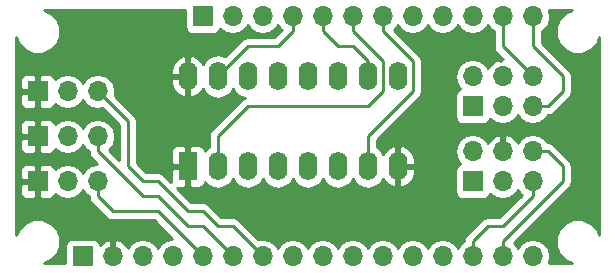
<source format=gbr>
G04 #@! TF.FileFunction,Copper,L2,Inr,Signal*
%FSLAX46Y46*%
G04 Gerber Fmt 4.6, Leading zero omitted, Abs format (unit mm)*
G04 Created by KiCad (PCBNEW 4.0.6) date Wednesday, June 21, 2017 'PMt' 08:53:47 PM*
%MOMM*%
%LPD*%
G01*
G04 APERTURE LIST*
%ADD10C,0.100000*%
%ADD11R,1.600000X2.400000*%
%ADD12O,1.600000X2.400000*%
%ADD13R,1.700000X1.700000*%
%ADD14O,1.700000X1.700000*%
%ADD15C,0.250000*%
%ADD16C,0.254000*%
G04 APERTURE END LIST*
D10*
D11*
X99060000Y-100330000D03*
D12*
X116840000Y-92710000D03*
X101600000Y-100330000D03*
X114300000Y-92710000D03*
X104140000Y-100330000D03*
X111760000Y-92710000D03*
X106680000Y-100330000D03*
X109220000Y-92710000D03*
X109220000Y-100330000D03*
X106680000Y-92710000D03*
X111760000Y-100330000D03*
X104140000Y-92710000D03*
X114300000Y-100330000D03*
X101600000Y-92710000D03*
X116840000Y-100330000D03*
X99060000Y-92710000D03*
D13*
X86360000Y-93980000D03*
D14*
X88900000Y-93980000D03*
X91440000Y-93980000D03*
D13*
X100330000Y-87630000D03*
D14*
X102870000Y-87630000D03*
X105410000Y-87630000D03*
X107950000Y-87630000D03*
X110490000Y-87630000D03*
X113030000Y-87630000D03*
X115570000Y-87630000D03*
X118110000Y-87630000D03*
X120650000Y-87630000D03*
X123190000Y-87630000D03*
X125730000Y-87630000D03*
X128270000Y-87630000D03*
D13*
X86360000Y-97790000D03*
D14*
X88900000Y-97790000D03*
X91440000Y-97790000D03*
D13*
X90170000Y-107950000D03*
D14*
X92710000Y-107950000D03*
X95250000Y-107950000D03*
X97790000Y-107950000D03*
X100330000Y-107950000D03*
X102870000Y-107950000D03*
X105410000Y-107950000D03*
X107950000Y-107950000D03*
X110490000Y-107950000D03*
X113030000Y-107950000D03*
X115570000Y-107950000D03*
X118110000Y-107950000D03*
X120650000Y-107950000D03*
X123190000Y-107950000D03*
X125730000Y-107950000D03*
X128270000Y-107950000D03*
D13*
X86360000Y-101600000D03*
D14*
X88900000Y-101600000D03*
X91440000Y-101600000D03*
D13*
X123190000Y-101600000D03*
D14*
X123190000Y-99060000D03*
X125730000Y-101600000D03*
X125730000Y-99060000D03*
X128270000Y-101600000D03*
X128270000Y-99060000D03*
D13*
X123190000Y-95250000D03*
D14*
X123190000Y-92710000D03*
X125730000Y-95250000D03*
X125730000Y-92710000D03*
X128270000Y-95250000D03*
X128270000Y-92710000D03*
D15*
X102870000Y-107950000D02*
X100330000Y-105410000D01*
X100330000Y-105410000D02*
X99060000Y-105410000D01*
X99060000Y-105410000D02*
X96520000Y-102870000D01*
X96520000Y-102870000D02*
X95250000Y-102870000D01*
X95250000Y-102870000D02*
X91440000Y-99060000D01*
X91440000Y-99060000D02*
X91440000Y-97790000D01*
X100330000Y-107950000D02*
X96520000Y-104140000D01*
X96520000Y-104140000D02*
X92710000Y-104140000D01*
X92710000Y-104140000D02*
X91440000Y-102870000D01*
X91440000Y-102870000D02*
X91440000Y-101600000D01*
X105410000Y-107950000D02*
X102870000Y-105410000D01*
X102870000Y-105410000D02*
X101600000Y-105410000D01*
X101600000Y-105410000D02*
X100330000Y-104140000D01*
X100330000Y-104140000D02*
X99060000Y-104140000D01*
X99060000Y-104140000D02*
X96520000Y-101600000D01*
X96520000Y-101600000D02*
X95250000Y-101600000D01*
X95250000Y-101600000D02*
X93980000Y-100330000D01*
X93980000Y-100330000D02*
X93980000Y-96520000D01*
X93980000Y-96520000D02*
X91440000Y-93980000D01*
X101600000Y-92710000D02*
X102870000Y-91440000D01*
X102870000Y-91440000D02*
X104140000Y-90170000D01*
X104140000Y-90170000D02*
X106680000Y-90170000D01*
X106680000Y-90170000D02*
X107950000Y-88900000D01*
X107950000Y-88900000D02*
X107950000Y-87630000D01*
X114300000Y-92710000D02*
X114300000Y-91440000D01*
X114300000Y-91440000D02*
X113030000Y-90170000D01*
X113030000Y-90170000D02*
X111760000Y-90170000D01*
X111760000Y-90170000D02*
X110490000Y-88900000D01*
X110490000Y-88900000D02*
X110490000Y-87630000D01*
X101600000Y-100330000D02*
X101600000Y-97790000D01*
X101600000Y-97790000D02*
X104140000Y-95250000D01*
X104140000Y-95250000D02*
X114300000Y-95250000D01*
X114300000Y-95250000D02*
X115570000Y-93980000D01*
X115570000Y-93980000D02*
X115570000Y-91440000D01*
X115570000Y-91440000D02*
X113030000Y-88900000D01*
X113030000Y-88900000D02*
X113030000Y-87630000D01*
X114300000Y-100330000D02*
X114300000Y-97790000D01*
X114300000Y-97790000D02*
X118110000Y-93980000D01*
X118110000Y-93980000D02*
X118110000Y-91440000D01*
X118110000Y-91440000D02*
X115570000Y-88900000D01*
X115570000Y-88900000D02*
X115570000Y-87630000D01*
X128270000Y-101600000D02*
X128270000Y-102870000D01*
X128270000Y-102870000D02*
X125730000Y-105410000D01*
X125730000Y-105410000D02*
X124460000Y-105410000D01*
X124460000Y-105410000D02*
X123190000Y-106680000D01*
X123190000Y-106680000D02*
X123190000Y-107950000D01*
X125730000Y-107950000D02*
X125730000Y-106680000D01*
X125730000Y-106680000D02*
X130810000Y-101600000D01*
X130810000Y-101600000D02*
X130810000Y-100330000D01*
X130810000Y-100330000D02*
X129540000Y-99060000D01*
X129540000Y-99060000D02*
X128270000Y-99060000D01*
X128270000Y-92710000D02*
X125730000Y-90170000D01*
X125730000Y-90170000D02*
X125730000Y-87630000D01*
X128270000Y-95250000D02*
X129540000Y-95250000D01*
X129540000Y-95250000D02*
X130810000Y-93980000D01*
X130810000Y-93980000D02*
X130810000Y-92710000D01*
X130810000Y-92710000D02*
X128270000Y-90170000D01*
X128270000Y-90170000D02*
X128270000Y-87630000D01*
D16*
G36*
X98832560Y-88480000D02*
X98876838Y-88715317D01*
X99015910Y-88931441D01*
X99228110Y-89076431D01*
X99480000Y-89127440D01*
X101180000Y-89127440D01*
X101415317Y-89083162D01*
X101631441Y-88944090D01*
X101776431Y-88731890D01*
X101790086Y-88664459D01*
X101819946Y-88709147D01*
X102301715Y-89031054D01*
X102870000Y-89144093D01*
X103438285Y-89031054D01*
X103920054Y-88709147D01*
X104140000Y-88379974D01*
X104359946Y-88709147D01*
X104841715Y-89031054D01*
X105410000Y-89144093D01*
X105978285Y-89031054D01*
X106460054Y-88709147D01*
X106680000Y-88379974D01*
X106899946Y-88709147D01*
X106999519Y-88775679D01*
X106365198Y-89410000D01*
X104140000Y-89410000D01*
X103849160Y-89467852D01*
X103602599Y-89632599D01*
X102231734Y-91003464D01*
X102149151Y-90948283D01*
X101600000Y-90839050D01*
X101050849Y-90948283D01*
X100585302Y-91259352D01*
X100332493Y-91637707D01*
X99984896Y-91205500D01*
X99491819Y-90935633D01*
X99409039Y-90918096D01*
X99187000Y-91040085D01*
X99187000Y-92583000D01*
X99207000Y-92583000D01*
X99207000Y-92837000D01*
X99187000Y-92837000D01*
X99187000Y-94379915D01*
X99409039Y-94501904D01*
X99491819Y-94484367D01*
X99984896Y-94214500D01*
X100332493Y-93782293D01*
X100585302Y-94160648D01*
X101050849Y-94471717D01*
X101600000Y-94580950D01*
X102149151Y-94471717D01*
X102614698Y-94160648D01*
X102870000Y-93778562D01*
X103125302Y-94160648D01*
X103590849Y-94471717D01*
X103911383Y-94535475D01*
X103897414Y-94538254D01*
X103849160Y-94547852D01*
X103602599Y-94712599D01*
X101062599Y-97252599D01*
X100897852Y-97499161D01*
X100840000Y-97790000D01*
X100840000Y-98709168D01*
X100585302Y-98879352D01*
X100495000Y-99014498D01*
X100495000Y-99003691D01*
X100398327Y-98770302D01*
X100219699Y-98591673D01*
X99986310Y-98495000D01*
X99345750Y-98495000D01*
X99187000Y-98653750D01*
X99187000Y-100203000D01*
X99207000Y-100203000D01*
X99207000Y-100457000D01*
X99187000Y-100457000D01*
X99187000Y-102006250D01*
X99345750Y-102165000D01*
X99986310Y-102165000D01*
X100219699Y-102068327D01*
X100398327Y-101889698D01*
X100495000Y-101656309D01*
X100495000Y-101645502D01*
X100585302Y-101780648D01*
X101050849Y-102091717D01*
X101600000Y-102200950D01*
X102149151Y-102091717D01*
X102614698Y-101780648D01*
X102870000Y-101398562D01*
X103125302Y-101780648D01*
X103590849Y-102091717D01*
X104140000Y-102200950D01*
X104689151Y-102091717D01*
X105154698Y-101780648D01*
X105410000Y-101398562D01*
X105665302Y-101780648D01*
X106130849Y-102091717D01*
X106680000Y-102200950D01*
X107229151Y-102091717D01*
X107694698Y-101780648D01*
X107950000Y-101398562D01*
X108205302Y-101780648D01*
X108670849Y-102091717D01*
X109220000Y-102200950D01*
X109769151Y-102091717D01*
X110234698Y-101780648D01*
X110490000Y-101398562D01*
X110745302Y-101780648D01*
X111210849Y-102091717D01*
X111760000Y-102200950D01*
X112309151Y-102091717D01*
X112774698Y-101780648D01*
X113030000Y-101398562D01*
X113285302Y-101780648D01*
X113750849Y-102091717D01*
X114300000Y-102200950D01*
X114849151Y-102091717D01*
X115314698Y-101780648D01*
X115567507Y-101402293D01*
X115915104Y-101834500D01*
X116408181Y-102104367D01*
X116490961Y-102121904D01*
X116713000Y-101999915D01*
X116713000Y-100457000D01*
X116967000Y-100457000D01*
X116967000Y-101999915D01*
X117189039Y-102121904D01*
X117271819Y-102104367D01*
X117764896Y-101834500D01*
X118117166Y-101396483D01*
X118275000Y-100857000D01*
X118275000Y-100457000D01*
X116967000Y-100457000D01*
X116713000Y-100457000D01*
X116693000Y-100457000D01*
X116693000Y-100203000D01*
X116713000Y-100203000D01*
X116713000Y-98660085D01*
X116967000Y-98660085D01*
X116967000Y-100203000D01*
X118275000Y-100203000D01*
X118275000Y-99803000D01*
X118117166Y-99263517D01*
X117764896Y-98825500D01*
X117271819Y-98555633D01*
X117189039Y-98538096D01*
X116967000Y-98660085D01*
X116713000Y-98660085D01*
X116490961Y-98538096D01*
X116408181Y-98555633D01*
X115915104Y-98825500D01*
X115567507Y-99257707D01*
X115314698Y-98879352D01*
X115060000Y-98709168D01*
X115060000Y-98104802D01*
X118647401Y-94517401D01*
X118812148Y-94270839D01*
X118870000Y-93980000D01*
X118870000Y-91440000D01*
X118812148Y-91149161D01*
X118812148Y-91149160D01*
X118647401Y-90902599D01*
X116520481Y-88775679D01*
X116620054Y-88709147D01*
X116840000Y-88379974D01*
X117059946Y-88709147D01*
X117541715Y-89031054D01*
X118110000Y-89144093D01*
X118678285Y-89031054D01*
X119160054Y-88709147D01*
X119380000Y-88379974D01*
X119599946Y-88709147D01*
X120081715Y-89031054D01*
X120650000Y-89144093D01*
X121218285Y-89031054D01*
X121700054Y-88709147D01*
X121920000Y-88379974D01*
X122139946Y-88709147D01*
X122621715Y-89031054D01*
X123190000Y-89144093D01*
X123758285Y-89031054D01*
X124240054Y-88709147D01*
X124460000Y-88379974D01*
X124679946Y-88709147D01*
X124970000Y-88902954D01*
X124970000Y-90170000D01*
X125027852Y-90460839D01*
X125192599Y-90707401D01*
X125710198Y-91225000D01*
X125602998Y-91225000D01*
X125602998Y-91389844D01*
X125373110Y-91268524D01*
X124963076Y-91438355D01*
X124534817Y-91828642D01*
X124467702Y-91971553D01*
X124240054Y-91630853D01*
X123758285Y-91308946D01*
X123190000Y-91195907D01*
X122621715Y-91308946D01*
X122139946Y-91630853D01*
X121818039Y-92112622D01*
X121705000Y-92680907D01*
X121705000Y-92739093D01*
X121818039Y-93307378D01*
X122139946Y-93789147D01*
X122141179Y-93789971D01*
X122104683Y-93796838D01*
X121888559Y-93935910D01*
X121743569Y-94148110D01*
X121692560Y-94400000D01*
X121692560Y-96100000D01*
X121736838Y-96335317D01*
X121875910Y-96551441D01*
X122088110Y-96696431D01*
X122340000Y-96747440D01*
X124040000Y-96747440D01*
X124275317Y-96703162D01*
X124491441Y-96564090D01*
X124636431Y-96351890D01*
X124650086Y-96284459D01*
X124679946Y-96329147D01*
X125161715Y-96651054D01*
X125730000Y-96764093D01*
X126298285Y-96651054D01*
X126780054Y-96329147D01*
X127000000Y-95999974D01*
X127219946Y-96329147D01*
X127701715Y-96651054D01*
X128270000Y-96764093D01*
X128838285Y-96651054D01*
X129320054Y-96329147D01*
X129533301Y-96010000D01*
X129540000Y-96010000D01*
X129830839Y-95952148D01*
X130077401Y-95787401D01*
X131347401Y-94517401D01*
X131512148Y-94270840D01*
X131570000Y-93980000D01*
X131570000Y-92710000D01*
X131512148Y-92419161D01*
X131512148Y-92419160D01*
X131347401Y-92172599D01*
X129030000Y-89855198D01*
X129030000Y-88902954D01*
X129320054Y-88709147D01*
X129641961Y-88227378D01*
X129755000Y-87659093D01*
X129755000Y-87600907D01*
X129649396Y-87070000D01*
X131572796Y-87070000D01*
X131013628Y-87301043D01*
X130482907Y-87830839D01*
X130195328Y-88523405D01*
X130194674Y-89273305D01*
X130481043Y-89966372D01*
X131010839Y-90497093D01*
X131703405Y-90784672D01*
X132453305Y-90785326D01*
X133146372Y-90498957D01*
X133677093Y-89969161D01*
X133910000Y-89408260D01*
X133910000Y-106172796D01*
X133678957Y-105613628D01*
X133149161Y-105082907D01*
X132456595Y-104795328D01*
X131706695Y-104794674D01*
X131013628Y-105081043D01*
X130482907Y-105610839D01*
X130195328Y-106303405D01*
X130194674Y-107053305D01*
X130481043Y-107746372D01*
X131010839Y-108277093D01*
X131571740Y-108510000D01*
X129649396Y-108510000D01*
X129755000Y-107979093D01*
X129755000Y-107920907D01*
X129641961Y-107352622D01*
X129320054Y-106870853D01*
X128838285Y-106548946D01*
X128270000Y-106435907D01*
X127701715Y-106548946D01*
X127219946Y-106870853D01*
X127000000Y-107200026D01*
X126780054Y-106870853D01*
X126680481Y-106804321D01*
X131347401Y-102137401D01*
X131512148Y-101890839D01*
X131570000Y-101600000D01*
X131570000Y-100330000D01*
X131534905Y-100153569D01*
X131512148Y-100039160D01*
X131347401Y-99792599D01*
X130077401Y-98522599D01*
X129830839Y-98357852D01*
X129540000Y-98300000D01*
X129533301Y-98300000D01*
X129320054Y-97980853D01*
X128838285Y-97658946D01*
X128270000Y-97545907D01*
X127701715Y-97658946D01*
X127219946Y-97980853D01*
X126992298Y-98321553D01*
X126925183Y-98178642D01*
X126496924Y-97788355D01*
X126086890Y-97618524D01*
X125857000Y-97739845D01*
X125857000Y-98933000D01*
X125877000Y-98933000D01*
X125877000Y-99187000D01*
X125857000Y-99187000D01*
X125857000Y-99207000D01*
X125603000Y-99207000D01*
X125603000Y-99187000D01*
X125583000Y-99187000D01*
X125583000Y-98933000D01*
X125603000Y-98933000D01*
X125603000Y-97739845D01*
X125373110Y-97618524D01*
X124963076Y-97788355D01*
X124534817Y-98178642D01*
X124467702Y-98321553D01*
X124240054Y-97980853D01*
X123758285Y-97658946D01*
X123190000Y-97545907D01*
X122621715Y-97658946D01*
X122139946Y-97980853D01*
X121818039Y-98462622D01*
X121705000Y-99030907D01*
X121705000Y-99089093D01*
X121818039Y-99657378D01*
X122139946Y-100139147D01*
X122141179Y-100139971D01*
X122104683Y-100146838D01*
X121888559Y-100285910D01*
X121743569Y-100498110D01*
X121692560Y-100750000D01*
X121692560Y-102450000D01*
X121736838Y-102685317D01*
X121875910Y-102901441D01*
X122088110Y-103046431D01*
X122340000Y-103097440D01*
X124040000Y-103097440D01*
X124275317Y-103053162D01*
X124491441Y-102914090D01*
X124636431Y-102701890D01*
X124650086Y-102634459D01*
X124679946Y-102679147D01*
X125161715Y-103001054D01*
X125730000Y-103114093D01*
X126298285Y-103001054D01*
X126780054Y-102679147D01*
X127000000Y-102349974D01*
X127219946Y-102679147D01*
X127319519Y-102745679D01*
X125415198Y-104650000D01*
X124460000Y-104650000D01*
X124169160Y-104707852D01*
X123922599Y-104872599D01*
X122652599Y-106142599D01*
X122487852Y-106389161D01*
X122430678Y-106676593D01*
X122139946Y-106870853D01*
X121920000Y-107200026D01*
X121700054Y-106870853D01*
X121218285Y-106548946D01*
X120650000Y-106435907D01*
X120081715Y-106548946D01*
X119599946Y-106870853D01*
X119380000Y-107200026D01*
X119160054Y-106870853D01*
X118678285Y-106548946D01*
X118110000Y-106435907D01*
X117541715Y-106548946D01*
X117059946Y-106870853D01*
X116840000Y-107200026D01*
X116620054Y-106870853D01*
X116138285Y-106548946D01*
X115570000Y-106435907D01*
X115001715Y-106548946D01*
X114519946Y-106870853D01*
X114300000Y-107200026D01*
X114080054Y-106870853D01*
X113598285Y-106548946D01*
X113030000Y-106435907D01*
X112461715Y-106548946D01*
X111979946Y-106870853D01*
X111760000Y-107200026D01*
X111540054Y-106870853D01*
X111058285Y-106548946D01*
X110490000Y-106435907D01*
X109921715Y-106548946D01*
X109439946Y-106870853D01*
X109220000Y-107200026D01*
X109000054Y-106870853D01*
X108518285Y-106548946D01*
X107950000Y-106435907D01*
X107381715Y-106548946D01*
X106899946Y-106870853D01*
X106680000Y-107200026D01*
X106460054Y-106870853D01*
X105978285Y-106548946D01*
X105410000Y-106435907D01*
X105043592Y-106508790D01*
X103407401Y-104872599D01*
X103160839Y-104707852D01*
X102870000Y-104650000D01*
X101914802Y-104650000D01*
X100867401Y-103602599D01*
X100620839Y-103437852D01*
X100330000Y-103380000D01*
X99374802Y-103380000D01*
X98159802Y-102165000D01*
X98774250Y-102165000D01*
X98933000Y-102006250D01*
X98933000Y-100457000D01*
X97783750Y-100457000D01*
X97625000Y-100615750D01*
X97625000Y-101630198D01*
X97057401Y-101062599D01*
X96810839Y-100897852D01*
X96520000Y-100840000D01*
X95564802Y-100840000D01*
X94740000Y-100015198D01*
X94740000Y-99003691D01*
X97625000Y-99003691D01*
X97625000Y-100044250D01*
X97783750Y-100203000D01*
X98933000Y-100203000D01*
X98933000Y-98653750D01*
X98774250Y-98495000D01*
X98133690Y-98495000D01*
X97900301Y-98591673D01*
X97721673Y-98770302D01*
X97625000Y-99003691D01*
X94740000Y-99003691D01*
X94740000Y-96520000D01*
X94682148Y-96229161D01*
X94682148Y-96229160D01*
X94517401Y-95982599D01*
X92861771Y-94326969D01*
X92925000Y-94009093D01*
X92925000Y-93950907D01*
X92811961Y-93382622D01*
X92490054Y-92900853D01*
X92394492Y-92837000D01*
X97625000Y-92837000D01*
X97625000Y-93237000D01*
X97782834Y-93776483D01*
X98135104Y-94214500D01*
X98628181Y-94484367D01*
X98710961Y-94501904D01*
X98933000Y-94379915D01*
X98933000Y-92837000D01*
X97625000Y-92837000D01*
X92394492Y-92837000D01*
X92008285Y-92578946D01*
X91440000Y-92465907D01*
X90871715Y-92578946D01*
X90389946Y-92900853D01*
X90170000Y-93230026D01*
X89950054Y-92900853D01*
X89468285Y-92578946D01*
X88900000Y-92465907D01*
X88331715Y-92578946D01*
X87849946Y-92900853D01*
X87820597Y-92944777D01*
X87748327Y-92770302D01*
X87569699Y-92591673D01*
X87336310Y-92495000D01*
X86645750Y-92495000D01*
X86487000Y-92653750D01*
X86487000Y-93853000D01*
X86507000Y-93853000D01*
X86507000Y-94107000D01*
X86487000Y-94107000D01*
X86487000Y-95306250D01*
X86645750Y-95465000D01*
X87336310Y-95465000D01*
X87569699Y-95368327D01*
X87748327Y-95189698D01*
X87820597Y-95015223D01*
X87849946Y-95059147D01*
X88331715Y-95381054D01*
X88900000Y-95494093D01*
X89468285Y-95381054D01*
X89950054Y-95059147D01*
X90170000Y-94729974D01*
X90389946Y-95059147D01*
X90871715Y-95381054D01*
X91440000Y-95494093D01*
X91806408Y-95421210D01*
X93220000Y-96834802D01*
X93220000Y-99765198D01*
X92390481Y-98935679D01*
X92490054Y-98869147D01*
X92811961Y-98387378D01*
X92925000Y-97819093D01*
X92925000Y-97760907D01*
X92811961Y-97192622D01*
X92490054Y-96710853D01*
X92008285Y-96388946D01*
X91440000Y-96275907D01*
X90871715Y-96388946D01*
X90389946Y-96710853D01*
X90170000Y-97040026D01*
X89950054Y-96710853D01*
X89468285Y-96388946D01*
X88900000Y-96275907D01*
X88331715Y-96388946D01*
X87849946Y-96710853D01*
X87820597Y-96754777D01*
X87748327Y-96580302D01*
X87569699Y-96401673D01*
X87336310Y-96305000D01*
X86645750Y-96305000D01*
X86487000Y-96463750D01*
X86487000Y-97663000D01*
X86507000Y-97663000D01*
X86507000Y-97917000D01*
X86487000Y-97917000D01*
X86487000Y-99116250D01*
X86645750Y-99275000D01*
X87336310Y-99275000D01*
X87569699Y-99178327D01*
X87748327Y-98999698D01*
X87820597Y-98825223D01*
X87849946Y-98869147D01*
X88331715Y-99191054D01*
X88900000Y-99304093D01*
X89468285Y-99191054D01*
X89950054Y-98869147D01*
X90170000Y-98539974D01*
X90389946Y-98869147D01*
X90680678Y-99063407D01*
X90737852Y-99350839D01*
X90902599Y-99597401D01*
X91399217Y-100094019D01*
X90871715Y-100198946D01*
X90389946Y-100520853D01*
X90170000Y-100850026D01*
X89950054Y-100520853D01*
X89468285Y-100198946D01*
X88900000Y-100085907D01*
X88331715Y-100198946D01*
X87849946Y-100520853D01*
X87820597Y-100564777D01*
X87748327Y-100390302D01*
X87569699Y-100211673D01*
X87336310Y-100115000D01*
X86645750Y-100115000D01*
X86487000Y-100273750D01*
X86487000Y-101473000D01*
X86507000Y-101473000D01*
X86507000Y-101727000D01*
X86487000Y-101727000D01*
X86487000Y-102926250D01*
X86645750Y-103085000D01*
X87336310Y-103085000D01*
X87569699Y-102988327D01*
X87748327Y-102809698D01*
X87820597Y-102635223D01*
X87849946Y-102679147D01*
X88331715Y-103001054D01*
X88900000Y-103114093D01*
X89468285Y-103001054D01*
X89950054Y-102679147D01*
X90170000Y-102349974D01*
X90389946Y-102679147D01*
X90680678Y-102873407D01*
X90737852Y-103160839D01*
X90902599Y-103407401D01*
X92172599Y-104677401D01*
X92419160Y-104842148D01*
X92710000Y-104900000D01*
X96205198Y-104900000D01*
X97749217Y-106444019D01*
X97221715Y-106548946D01*
X96739946Y-106870853D01*
X96520000Y-107200026D01*
X96300054Y-106870853D01*
X95818285Y-106548946D01*
X95250000Y-106435907D01*
X94681715Y-106548946D01*
X94199946Y-106870853D01*
X93972298Y-107211553D01*
X93905183Y-107068642D01*
X93476924Y-106678355D01*
X93066890Y-106508524D01*
X92837000Y-106629845D01*
X92837000Y-107823000D01*
X92857000Y-107823000D01*
X92857000Y-108077000D01*
X92837000Y-108077000D01*
X92837000Y-108097000D01*
X92583000Y-108097000D01*
X92583000Y-108077000D01*
X92563000Y-108077000D01*
X92563000Y-107823000D01*
X92583000Y-107823000D01*
X92583000Y-106629845D01*
X92353110Y-106508524D01*
X91943076Y-106678355D01*
X91640063Y-106954501D01*
X91623162Y-106864683D01*
X91484090Y-106648559D01*
X91271890Y-106503569D01*
X91020000Y-106452560D01*
X89320000Y-106452560D01*
X89084683Y-106496838D01*
X88868559Y-106635910D01*
X88723569Y-106848110D01*
X88672560Y-107100000D01*
X88672560Y-108510000D01*
X86867204Y-108510000D01*
X87426372Y-108278957D01*
X87957093Y-107749161D01*
X88244672Y-107056595D01*
X88245326Y-106306695D01*
X87958957Y-105613628D01*
X87429161Y-105082907D01*
X86736595Y-104795328D01*
X85986695Y-104794674D01*
X85293628Y-105081043D01*
X84762907Y-105610839D01*
X84530000Y-106171740D01*
X84530000Y-101885750D01*
X84875000Y-101885750D01*
X84875000Y-102576309D01*
X84971673Y-102809698D01*
X85150301Y-102988327D01*
X85383690Y-103085000D01*
X86074250Y-103085000D01*
X86233000Y-102926250D01*
X86233000Y-101727000D01*
X85033750Y-101727000D01*
X84875000Y-101885750D01*
X84530000Y-101885750D01*
X84530000Y-100623691D01*
X84875000Y-100623691D01*
X84875000Y-101314250D01*
X85033750Y-101473000D01*
X86233000Y-101473000D01*
X86233000Y-100273750D01*
X86074250Y-100115000D01*
X85383690Y-100115000D01*
X85150301Y-100211673D01*
X84971673Y-100390302D01*
X84875000Y-100623691D01*
X84530000Y-100623691D01*
X84530000Y-98075750D01*
X84875000Y-98075750D01*
X84875000Y-98766309D01*
X84971673Y-98999698D01*
X85150301Y-99178327D01*
X85383690Y-99275000D01*
X86074250Y-99275000D01*
X86233000Y-99116250D01*
X86233000Y-97917000D01*
X85033750Y-97917000D01*
X84875000Y-98075750D01*
X84530000Y-98075750D01*
X84530000Y-96813691D01*
X84875000Y-96813691D01*
X84875000Y-97504250D01*
X85033750Y-97663000D01*
X86233000Y-97663000D01*
X86233000Y-96463750D01*
X86074250Y-96305000D01*
X85383690Y-96305000D01*
X85150301Y-96401673D01*
X84971673Y-96580302D01*
X84875000Y-96813691D01*
X84530000Y-96813691D01*
X84530000Y-94265750D01*
X84875000Y-94265750D01*
X84875000Y-94956309D01*
X84971673Y-95189698D01*
X85150301Y-95368327D01*
X85383690Y-95465000D01*
X86074250Y-95465000D01*
X86233000Y-95306250D01*
X86233000Y-94107000D01*
X85033750Y-94107000D01*
X84875000Y-94265750D01*
X84530000Y-94265750D01*
X84530000Y-93003691D01*
X84875000Y-93003691D01*
X84875000Y-93694250D01*
X85033750Y-93853000D01*
X86233000Y-93853000D01*
X86233000Y-92653750D01*
X86074250Y-92495000D01*
X85383690Y-92495000D01*
X85150301Y-92591673D01*
X84971673Y-92770302D01*
X84875000Y-93003691D01*
X84530000Y-93003691D01*
X84530000Y-92183000D01*
X97625000Y-92183000D01*
X97625000Y-92583000D01*
X98933000Y-92583000D01*
X98933000Y-91040085D01*
X98710961Y-90918096D01*
X98628181Y-90935633D01*
X98135104Y-91205500D01*
X97782834Y-91643517D01*
X97625000Y-92183000D01*
X84530000Y-92183000D01*
X84530000Y-89407204D01*
X84761043Y-89966372D01*
X85290839Y-90497093D01*
X85983405Y-90784672D01*
X86733305Y-90785326D01*
X87426372Y-90498957D01*
X87957093Y-89969161D01*
X88244672Y-89276595D01*
X88245326Y-88526695D01*
X87958957Y-87833628D01*
X87429161Y-87302907D01*
X86868260Y-87070000D01*
X98832560Y-87070000D01*
X98832560Y-88480000D01*
X98832560Y-88480000D01*
G37*
X98832560Y-88480000D02*
X98876838Y-88715317D01*
X99015910Y-88931441D01*
X99228110Y-89076431D01*
X99480000Y-89127440D01*
X101180000Y-89127440D01*
X101415317Y-89083162D01*
X101631441Y-88944090D01*
X101776431Y-88731890D01*
X101790086Y-88664459D01*
X101819946Y-88709147D01*
X102301715Y-89031054D01*
X102870000Y-89144093D01*
X103438285Y-89031054D01*
X103920054Y-88709147D01*
X104140000Y-88379974D01*
X104359946Y-88709147D01*
X104841715Y-89031054D01*
X105410000Y-89144093D01*
X105978285Y-89031054D01*
X106460054Y-88709147D01*
X106680000Y-88379974D01*
X106899946Y-88709147D01*
X106999519Y-88775679D01*
X106365198Y-89410000D01*
X104140000Y-89410000D01*
X103849160Y-89467852D01*
X103602599Y-89632599D01*
X102231734Y-91003464D01*
X102149151Y-90948283D01*
X101600000Y-90839050D01*
X101050849Y-90948283D01*
X100585302Y-91259352D01*
X100332493Y-91637707D01*
X99984896Y-91205500D01*
X99491819Y-90935633D01*
X99409039Y-90918096D01*
X99187000Y-91040085D01*
X99187000Y-92583000D01*
X99207000Y-92583000D01*
X99207000Y-92837000D01*
X99187000Y-92837000D01*
X99187000Y-94379915D01*
X99409039Y-94501904D01*
X99491819Y-94484367D01*
X99984896Y-94214500D01*
X100332493Y-93782293D01*
X100585302Y-94160648D01*
X101050849Y-94471717D01*
X101600000Y-94580950D01*
X102149151Y-94471717D01*
X102614698Y-94160648D01*
X102870000Y-93778562D01*
X103125302Y-94160648D01*
X103590849Y-94471717D01*
X103911383Y-94535475D01*
X103897414Y-94538254D01*
X103849160Y-94547852D01*
X103602599Y-94712599D01*
X101062599Y-97252599D01*
X100897852Y-97499161D01*
X100840000Y-97790000D01*
X100840000Y-98709168D01*
X100585302Y-98879352D01*
X100495000Y-99014498D01*
X100495000Y-99003691D01*
X100398327Y-98770302D01*
X100219699Y-98591673D01*
X99986310Y-98495000D01*
X99345750Y-98495000D01*
X99187000Y-98653750D01*
X99187000Y-100203000D01*
X99207000Y-100203000D01*
X99207000Y-100457000D01*
X99187000Y-100457000D01*
X99187000Y-102006250D01*
X99345750Y-102165000D01*
X99986310Y-102165000D01*
X100219699Y-102068327D01*
X100398327Y-101889698D01*
X100495000Y-101656309D01*
X100495000Y-101645502D01*
X100585302Y-101780648D01*
X101050849Y-102091717D01*
X101600000Y-102200950D01*
X102149151Y-102091717D01*
X102614698Y-101780648D01*
X102870000Y-101398562D01*
X103125302Y-101780648D01*
X103590849Y-102091717D01*
X104140000Y-102200950D01*
X104689151Y-102091717D01*
X105154698Y-101780648D01*
X105410000Y-101398562D01*
X105665302Y-101780648D01*
X106130849Y-102091717D01*
X106680000Y-102200950D01*
X107229151Y-102091717D01*
X107694698Y-101780648D01*
X107950000Y-101398562D01*
X108205302Y-101780648D01*
X108670849Y-102091717D01*
X109220000Y-102200950D01*
X109769151Y-102091717D01*
X110234698Y-101780648D01*
X110490000Y-101398562D01*
X110745302Y-101780648D01*
X111210849Y-102091717D01*
X111760000Y-102200950D01*
X112309151Y-102091717D01*
X112774698Y-101780648D01*
X113030000Y-101398562D01*
X113285302Y-101780648D01*
X113750849Y-102091717D01*
X114300000Y-102200950D01*
X114849151Y-102091717D01*
X115314698Y-101780648D01*
X115567507Y-101402293D01*
X115915104Y-101834500D01*
X116408181Y-102104367D01*
X116490961Y-102121904D01*
X116713000Y-101999915D01*
X116713000Y-100457000D01*
X116967000Y-100457000D01*
X116967000Y-101999915D01*
X117189039Y-102121904D01*
X117271819Y-102104367D01*
X117764896Y-101834500D01*
X118117166Y-101396483D01*
X118275000Y-100857000D01*
X118275000Y-100457000D01*
X116967000Y-100457000D01*
X116713000Y-100457000D01*
X116693000Y-100457000D01*
X116693000Y-100203000D01*
X116713000Y-100203000D01*
X116713000Y-98660085D01*
X116967000Y-98660085D01*
X116967000Y-100203000D01*
X118275000Y-100203000D01*
X118275000Y-99803000D01*
X118117166Y-99263517D01*
X117764896Y-98825500D01*
X117271819Y-98555633D01*
X117189039Y-98538096D01*
X116967000Y-98660085D01*
X116713000Y-98660085D01*
X116490961Y-98538096D01*
X116408181Y-98555633D01*
X115915104Y-98825500D01*
X115567507Y-99257707D01*
X115314698Y-98879352D01*
X115060000Y-98709168D01*
X115060000Y-98104802D01*
X118647401Y-94517401D01*
X118812148Y-94270839D01*
X118870000Y-93980000D01*
X118870000Y-91440000D01*
X118812148Y-91149161D01*
X118812148Y-91149160D01*
X118647401Y-90902599D01*
X116520481Y-88775679D01*
X116620054Y-88709147D01*
X116840000Y-88379974D01*
X117059946Y-88709147D01*
X117541715Y-89031054D01*
X118110000Y-89144093D01*
X118678285Y-89031054D01*
X119160054Y-88709147D01*
X119380000Y-88379974D01*
X119599946Y-88709147D01*
X120081715Y-89031054D01*
X120650000Y-89144093D01*
X121218285Y-89031054D01*
X121700054Y-88709147D01*
X121920000Y-88379974D01*
X122139946Y-88709147D01*
X122621715Y-89031054D01*
X123190000Y-89144093D01*
X123758285Y-89031054D01*
X124240054Y-88709147D01*
X124460000Y-88379974D01*
X124679946Y-88709147D01*
X124970000Y-88902954D01*
X124970000Y-90170000D01*
X125027852Y-90460839D01*
X125192599Y-90707401D01*
X125710198Y-91225000D01*
X125602998Y-91225000D01*
X125602998Y-91389844D01*
X125373110Y-91268524D01*
X124963076Y-91438355D01*
X124534817Y-91828642D01*
X124467702Y-91971553D01*
X124240054Y-91630853D01*
X123758285Y-91308946D01*
X123190000Y-91195907D01*
X122621715Y-91308946D01*
X122139946Y-91630853D01*
X121818039Y-92112622D01*
X121705000Y-92680907D01*
X121705000Y-92739093D01*
X121818039Y-93307378D01*
X122139946Y-93789147D01*
X122141179Y-93789971D01*
X122104683Y-93796838D01*
X121888559Y-93935910D01*
X121743569Y-94148110D01*
X121692560Y-94400000D01*
X121692560Y-96100000D01*
X121736838Y-96335317D01*
X121875910Y-96551441D01*
X122088110Y-96696431D01*
X122340000Y-96747440D01*
X124040000Y-96747440D01*
X124275317Y-96703162D01*
X124491441Y-96564090D01*
X124636431Y-96351890D01*
X124650086Y-96284459D01*
X124679946Y-96329147D01*
X125161715Y-96651054D01*
X125730000Y-96764093D01*
X126298285Y-96651054D01*
X126780054Y-96329147D01*
X127000000Y-95999974D01*
X127219946Y-96329147D01*
X127701715Y-96651054D01*
X128270000Y-96764093D01*
X128838285Y-96651054D01*
X129320054Y-96329147D01*
X129533301Y-96010000D01*
X129540000Y-96010000D01*
X129830839Y-95952148D01*
X130077401Y-95787401D01*
X131347401Y-94517401D01*
X131512148Y-94270840D01*
X131570000Y-93980000D01*
X131570000Y-92710000D01*
X131512148Y-92419161D01*
X131512148Y-92419160D01*
X131347401Y-92172599D01*
X129030000Y-89855198D01*
X129030000Y-88902954D01*
X129320054Y-88709147D01*
X129641961Y-88227378D01*
X129755000Y-87659093D01*
X129755000Y-87600907D01*
X129649396Y-87070000D01*
X131572796Y-87070000D01*
X131013628Y-87301043D01*
X130482907Y-87830839D01*
X130195328Y-88523405D01*
X130194674Y-89273305D01*
X130481043Y-89966372D01*
X131010839Y-90497093D01*
X131703405Y-90784672D01*
X132453305Y-90785326D01*
X133146372Y-90498957D01*
X133677093Y-89969161D01*
X133910000Y-89408260D01*
X133910000Y-106172796D01*
X133678957Y-105613628D01*
X133149161Y-105082907D01*
X132456595Y-104795328D01*
X131706695Y-104794674D01*
X131013628Y-105081043D01*
X130482907Y-105610839D01*
X130195328Y-106303405D01*
X130194674Y-107053305D01*
X130481043Y-107746372D01*
X131010839Y-108277093D01*
X131571740Y-108510000D01*
X129649396Y-108510000D01*
X129755000Y-107979093D01*
X129755000Y-107920907D01*
X129641961Y-107352622D01*
X129320054Y-106870853D01*
X128838285Y-106548946D01*
X128270000Y-106435907D01*
X127701715Y-106548946D01*
X127219946Y-106870853D01*
X127000000Y-107200026D01*
X126780054Y-106870853D01*
X126680481Y-106804321D01*
X131347401Y-102137401D01*
X131512148Y-101890839D01*
X131570000Y-101600000D01*
X131570000Y-100330000D01*
X131534905Y-100153569D01*
X131512148Y-100039160D01*
X131347401Y-99792599D01*
X130077401Y-98522599D01*
X129830839Y-98357852D01*
X129540000Y-98300000D01*
X129533301Y-98300000D01*
X129320054Y-97980853D01*
X128838285Y-97658946D01*
X128270000Y-97545907D01*
X127701715Y-97658946D01*
X127219946Y-97980853D01*
X126992298Y-98321553D01*
X126925183Y-98178642D01*
X126496924Y-97788355D01*
X126086890Y-97618524D01*
X125857000Y-97739845D01*
X125857000Y-98933000D01*
X125877000Y-98933000D01*
X125877000Y-99187000D01*
X125857000Y-99187000D01*
X125857000Y-99207000D01*
X125603000Y-99207000D01*
X125603000Y-99187000D01*
X125583000Y-99187000D01*
X125583000Y-98933000D01*
X125603000Y-98933000D01*
X125603000Y-97739845D01*
X125373110Y-97618524D01*
X124963076Y-97788355D01*
X124534817Y-98178642D01*
X124467702Y-98321553D01*
X124240054Y-97980853D01*
X123758285Y-97658946D01*
X123190000Y-97545907D01*
X122621715Y-97658946D01*
X122139946Y-97980853D01*
X121818039Y-98462622D01*
X121705000Y-99030907D01*
X121705000Y-99089093D01*
X121818039Y-99657378D01*
X122139946Y-100139147D01*
X122141179Y-100139971D01*
X122104683Y-100146838D01*
X121888559Y-100285910D01*
X121743569Y-100498110D01*
X121692560Y-100750000D01*
X121692560Y-102450000D01*
X121736838Y-102685317D01*
X121875910Y-102901441D01*
X122088110Y-103046431D01*
X122340000Y-103097440D01*
X124040000Y-103097440D01*
X124275317Y-103053162D01*
X124491441Y-102914090D01*
X124636431Y-102701890D01*
X124650086Y-102634459D01*
X124679946Y-102679147D01*
X125161715Y-103001054D01*
X125730000Y-103114093D01*
X126298285Y-103001054D01*
X126780054Y-102679147D01*
X127000000Y-102349974D01*
X127219946Y-102679147D01*
X127319519Y-102745679D01*
X125415198Y-104650000D01*
X124460000Y-104650000D01*
X124169160Y-104707852D01*
X123922599Y-104872599D01*
X122652599Y-106142599D01*
X122487852Y-106389161D01*
X122430678Y-106676593D01*
X122139946Y-106870853D01*
X121920000Y-107200026D01*
X121700054Y-106870853D01*
X121218285Y-106548946D01*
X120650000Y-106435907D01*
X120081715Y-106548946D01*
X119599946Y-106870853D01*
X119380000Y-107200026D01*
X119160054Y-106870853D01*
X118678285Y-106548946D01*
X118110000Y-106435907D01*
X117541715Y-106548946D01*
X117059946Y-106870853D01*
X116840000Y-107200026D01*
X116620054Y-106870853D01*
X116138285Y-106548946D01*
X115570000Y-106435907D01*
X115001715Y-106548946D01*
X114519946Y-106870853D01*
X114300000Y-107200026D01*
X114080054Y-106870853D01*
X113598285Y-106548946D01*
X113030000Y-106435907D01*
X112461715Y-106548946D01*
X111979946Y-106870853D01*
X111760000Y-107200026D01*
X111540054Y-106870853D01*
X111058285Y-106548946D01*
X110490000Y-106435907D01*
X109921715Y-106548946D01*
X109439946Y-106870853D01*
X109220000Y-107200026D01*
X109000054Y-106870853D01*
X108518285Y-106548946D01*
X107950000Y-106435907D01*
X107381715Y-106548946D01*
X106899946Y-106870853D01*
X106680000Y-107200026D01*
X106460054Y-106870853D01*
X105978285Y-106548946D01*
X105410000Y-106435907D01*
X105043592Y-106508790D01*
X103407401Y-104872599D01*
X103160839Y-104707852D01*
X102870000Y-104650000D01*
X101914802Y-104650000D01*
X100867401Y-103602599D01*
X100620839Y-103437852D01*
X100330000Y-103380000D01*
X99374802Y-103380000D01*
X98159802Y-102165000D01*
X98774250Y-102165000D01*
X98933000Y-102006250D01*
X98933000Y-100457000D01*
X97783750Y-100457000D01*
X97625000Y-100615750D01*
X97625000Y-101630198D01*
X97057401Y-101062599D01*
X96810839Y-100897852D01*
X96520000Y-100840000D01*
X95564802Y-100840000D01*
X94740000Y-100015198D01*
X94740000Y-99003691D01*
X97625000Y-99003691D01*
X97625000Y-100044250D01*
X97783750Y-100203000D01*
X98933000Y-100203000D01*
X98933000Y-98653750D01*
X98774250Y-98495000D01*
X98133690Y-98495000D01*
X97900301Y-98591673D01*
X97721673Y-98770302D01*
X97625000Y-99003691D01*
X94740000Y-99003691D01*
X94740000Y-96520000D01*
X94682148Y-96229161D01*
X94682148Y-96229160D01*
X94517401Y-95982599D01*
X92861771Y-94326969D01*
X92925000Y-94009093D01*
X92925000Y-93950907D01*
X92811961Y-93382622D01*
X92490054Y-92900853D01*
X92394492Y-92837000D01*
X97625000Y-92837000D01*
X97625000Y-93237000D01*
X97782834Y-93776483D01*
X98135104Y-94214500D01*
X98628181Y-94484367D01*
X98710961Y-94501904D01*
X98933000Y-94379915D01*
X98933000Y-92837000D01*
X97625000Y-92837000D01*
X92394492Y-92837000D01*
X92008285Y-92578946D01*
X91440000Y-92465907D01*
X90871715Y-92578946D01*
X90389946Y-92900853D01*
X90170000Y-93230026D01*
X89950054Y-92900853D01*
X89468285Y-92578946D01*
X88900000Y-92465907D01*
X88331715Y-92578946D01*
X87849946Y-92900853D01*
X87820597Y-92944777D01*
X87748327Y-92770302D01*
X87569699Y-92591673D01*
X87336310Y-92495000D01*
X86645750Y-92495000D01*
X86487000Y-92653750D01*
X86487000Y-93853000D01*
X86507000Y-93853000D01*
X86507000Y-94107000D01*
X86487000Y-94107000D01*
X86487000Y-95306250D01*
X86645750Y-95465000D01*
X87336310Y-95465000D01*
X87569699Y-95368327D01*
X87748327Y-95189698D01*
X87820597Y-95015223D01*
X87849946Y-95059147D01*
X88331715Y-95381054D01*
X88900000Y-95494093D01*
X89468285Y-95381054D01*
X89950054Y-95059147D01*
X90170000Y-94729974D01*
X90389946Y-95059147D01*
X90871715Y-95381054D01*
X91440000Y-95494093D01*
X91806408Y-95421210D01*
X93220000Y-96834802D01*
X93220000Y-99765198D01*
X92390481Y-98935679D01*
X92490054Y-98869147D01*
X92811961Y-98387378D01*
X92925000Y-97819093D01*
X92925000Y-97760907D01*
X92811961Y-97192622D01*
X92490054Y-96710853D01*
X92008285Y-96388946D01*
X91440000Y-96275907D01*
X90871715Y-96388946D01*
X90389946Y-96710853D01*
X90170000Y-97040026D01*
X89950054Y-96710853D01*
X89468285Y-96388946D01*
X88900000Y-96275907D01*
X88331715Y-96388946D01*
X87849946Y-96710853D01*
X87820597Y-96754777D01*
X87748327Y-96580302D01*
X87569699Y-96401673D01*
X87336310Y-96305000D01*
X86645750Y-96305000D01*
X86487000Y-96463750D01*
X86487000Y-97663000D01*
X86507000Y-97663000D01*
X86507000Y-97917000D01*
X86487000Y-97917000D01*
X86487000Y-99116250D01*
X86645750Y-99275000D01*
X87336310Y-99275000D01*
X87569699Y-99178327D01*
X87748327Y-98999698D01*
X87820597Y-98825223D01*
X87849946Y-98869147D01*
X88331715Y-99191054D01*
X88900000Y-99304093D01*
X89468285Y-99191054D01*
X89950054Y-98869147D01*
X90170000Y-98539974D01*
X90389946Y-98869147D01*
X90680678Y-99063407D01*
X90737852Y-99350839D01*
X90902599Y-99597401D01*
X91399217Y-100094019D01*
X90871715Y-100198946D01*
X90389946Y-100520853D01*
X90170000Y-100850026D01*
X89950054Y-100520853D01*
X89468285Y-100198946D01*
X88900000Y-100085907D01*
X88331715Y-100198946D01*
X87849946Y-100520853D01*
X87820597Y-100564777D01*
X87748327Y-100390302D01*
X87569699Y-100211673D01*
X87336310Y-100115000D01*
X86645750Y-100115000D01*
X86487000Y-100273750D01*
X86487000Y-101473000D01*
X86507000Y-101473000D01*
X86507000Y-101727000D01*
X86487000Y-101727000D01*
X86487000Y-102926250D01*
X86645750Y-103085000D01*
X87336310Y-103085000D01*
X87569699Y-102988327D01*
X87748327Y-102809698D01*
X87820597Y-102635223D01*
X87849946Y-102679147D01*
X88331715Y-103001054D01*
X88900000Y-103114093D01*
X89468285Y-103001054D01*
X89950054Y-102679147D01*
X90170000Y-102349974D01*
X90389946Y-102679147D01*
X90680678Y-102873407D01*
X90737852Y-103160839D01*
X90902599Y-103407401D01*
X92172599Y-104677401D01*
X92419160Y-104842148D01*
X92710000Y-104900000D01*
X96205198Y-104900000D01*
X97749217Y-106444019D01*
X97221715Y-106548946D01*
X96739946Y-106870853D01*
X96520000Y-107200026D01*
X96300054Y-106870853D01*
X95818285Y-106548946D01*
X95250000Y-106435907D01*
X94681715Y-106548946D01*
X94199946Y-106870853D01*
X93972298Y-107211553D01*
X93905183Y-107068642D01*
X93476924Y-106678355D01*
X93066890Y-106508524D01*
X92837000Y-106629845D01*
X92837000Y-107823000D01*
X92857000Y-107823000D01*
X92857000Y-108077000D01*
X92837000Y-108077000D01*
X92837000Y-108097000D01*
X92583000Y-108097000D01*
X92583000Y-108077000D01*
X92563000Y-108077000D01*
X92563000Y-107823000D01*
X92583000Y-107823000D01*
X92583000Y-106629845D01*
X92353110Y-106508524D01*
X91943076Y-106678355D01*
X91640063Y-106954501D01*
X91623162Y-106864683D01*
X91484090Y-106648559D01*
X91271890Y-106503569D01*
X91020000Y-106452560D01*
X89320000Y-106452560D01*
X89084683Y-106496838D01*
X88868559Y-106635910D01*
X88723569Y-106848110D01*
X88672560Y-107100000D01*
X88672560Y-108510000D01*
X86867204Y-108510000D01*
X87426372Y-108278957D01*
X87957093Y-107749161D01*
X88244672Y-107056595D01*
X88245326Y-106306695D01*
X87958957Y-105613628D01*
X87429161Y-105082907D01*
X86736595Y-104795328D01*
X85986695Y-104794674D01*
X85293628Y-105081043D01*
X84762907Y-105610839D01*
X84530000Y-106171740D01*
X84530000Y-101885750D01*
X84875000Y-101885750D01*
X84875000Y-102576309D01*
X84971673Y-102809698D01*
X85150301Y-102988327D01*
X85383690Y-103085000D01*
X86074250Y-103085000D01*
X86233000Y-102926250D01*
X86233000Y-101727000D01*
X85033750Y-101727000D01*
X84875000Y-101885750D01*
X84530000Y-101885750D01*
X84530000Y-100623691D01*
X84875000Y-100623691D01*
X84875000Y-101314250D01*
X85033750Y-101473000D01*
X86233000Y-101473000D01*
X86233000Y-100273750D01*
X86074250Y-100115000D01*
X85383690Y-100115000D01*
X85150301Y-100211673D01*
X84971673Y-100390302D01*
X84875000Y-100623691D01*
X84530000Y-100623691D01*
X84530000Y-98075750D01*
X84875000Y-98075750D01*
X84875000Y-98766309D01*
X84971673Y-98999698D01*
X85150301Y-99178327D01*
X85383690Y-99275000D01*
X86074250Y-99275000D01*
X86233000Y-99116250D01*
X86233000Y-97917000D01*
X85033750Y-97917000D01*
X84875000Y-98075750D01*
X84530000Y-98075750D01*
X84530000Y-96813691D01*
X84875000Y-96813691D01*
X84875000Y-97504250D01*
X85033750Y-97663000D01*
X86233000Y-97663000D01*
X86233000Y-96463750D01*
X86074250Y-96305000D01*
X85383690Y-96305000D01*
X85150301Y-96401673D01*
X84971673Y-96580302D01*
X84875000Y-96813691D01*
X84530000Y-96813691D01*
X84530000Y-94265750D01*
X84875000Y-94265750D01*
X84875000Y-94956309D01*
X84971673Y-95189698D01*
X85150301Y-95368327D01*
X85383690Y-95465000D01*
X86074250Y-95465000D01*
X86233000Y-95306250D01*
X86233000Y-94107000D01*
X85033750Y-94107000D01*
X84875000Y-94265750D01*
X84530000Y-94265750D01*
X84530000Y-93003691D01*
X84875000Y-93003691D01*
X84875000Y-93694250D01*
X85033750Y-93853000D01*
X86233000Y-93853000D01*
X86233000Y-92653750D01*
X86074250Y-92495000D01*
X85383690Y-92495000D01*
X85150301Y-92591673D01*
X84971673Y-92770302D01*
X84875000Y-93003691D01*
X84530000Y-93003691D01*
X84530000Y-92183000D01*
X97625000Y-92183000D01*
X97625000Y-92583000D01*
X98933000Y-92583000D01*
X98933000Y-91040085D01*
X98710961Y-90918096D01*
X98628181Y-90935633D01*
X98135104Y-91205500D01*
X97782834Y-91643517D01*
X97625000Y-92183000D01*
X84530000Y-92183000D01*
X84530000Y-89407204D01*
X84761043Y-89966372D01*
X85290839Y-90497093D01*
X85983405Y-90784672D01*
X86733305Y-90785326D01*
X87426372Y-90498957D01*
X87957093Y-89969161D01*
X88244672Y-89276595D01*
X88245326Y-88526695D01*
X87958957Y-87833628D01*
X87429161Y-87302907D01*
X86868260Y-87070000D01*
X98832560Y-87070000D01*
X98832560Y-88480000D01*
G36*
X125857000Y-92583000D02*
X125877000Y-92583000D01*
X125877000Y-92837000D01*
X125857000Y-92837000D01*
X125857000Y-92857000D01*
X125603000Y-92857000D01*
X125603000Y-92837000D01*
X125583000Y-92837000D01*
X125583000Y-92583000D01*
X125603000Y-92583000D01*
X125603000Y-92563000D01*
X125857000Y-92563000D01*
X125857000Y-92583000D01*
X125857000Y-92583000D01*
G37*
X125857000Y-92583000D02*
X125877000Y-92583000D01*
X125877000Y-92837000D01*
X125857000Y-92837000D01*
X125857000Y-92857000D01*
X125603000Y-92857000D01*
X125603000Y-92837000D01*
X125583000Y-92837000D01*
X125583000Y-92583000D01*
X125603000Y-92583000D01*
X125603000Y-92563000D01*
X125857000Y-92563000D01*
X125857000Y-92583000D01*
G36*
X116967000Y-92583000D02*
X116987000Y-92583000D01*
X116987000Y-92837000D01*
X116967000Y-92837000D01*
X116967000Y-92857000D01*
X116713000Y-92857000D01*
X116713000Y-92837000D01*
X116693000Y-92837000D01*
X116693000Y-92583000D01*
X116713000Y-92583000D01*
X116713000Y-92563000D01*
X116967000Y-92563000D01*
X116967000Y-92583000D01*
X116967000Y-92583000D01*
G37*
X116967000Y-92583000D02*
X116987000Y-92583000D01*
X116987000Y-92837000D01*
X116967000Y-92837000D01*
X116967000Y-92857000D01*
X116713000Y-92857000D01*
X116713000Y-92837000D01*
X116693000Y-92837000D01*
X116693000Y-92583000D01*
X116713000Y-92583000D01*
X116713000Y-92563000D01*
X116967000Y-92563000D01*
X116967000Y-92583000D01*
M02*

</source>
